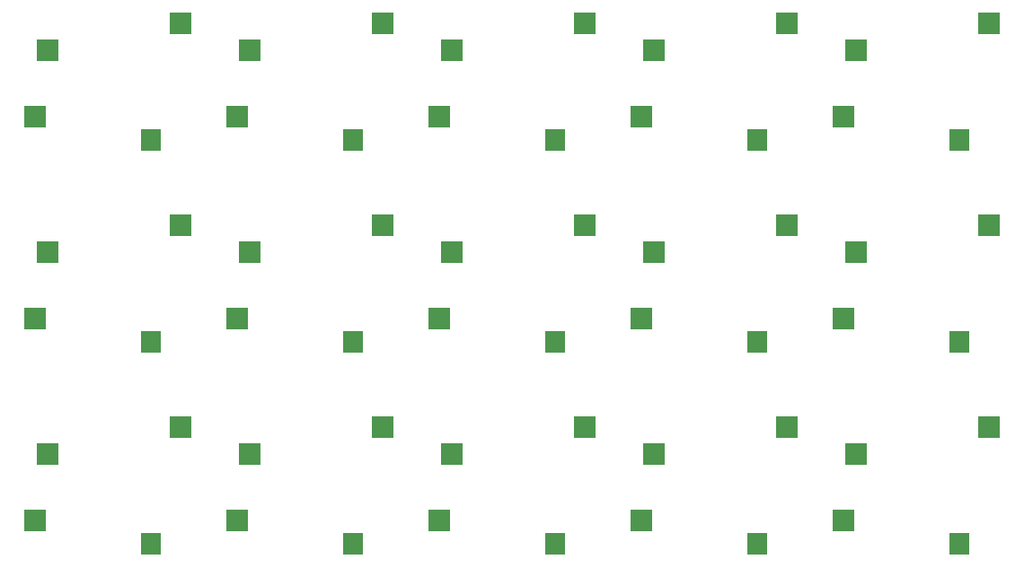
<source format=gbp>
G04 #@! TF.GenerationSoftware,KiCad,Pcbnew,(5.1.0)-1*
G04 #@! TF.CreationDate,2019-04-24T01:58:38+09:00*
G04 #@! TF.ProjectId,mithumboard,6d697468-756d-4626-9f61-72642e6b6963,rev?*
G04 #@! TF.SameCoordinates,Original*
G04 #@! TF.FileFunction,Paste,Bot*
G04 #@! TF.FilePolarity,Positive*
%FSLAX46Y46*%
G04 Gerber Fmt 4.6, Leading zero omitted, Abs format (unit mm)*
G04 Created by KiCad (PCBNEW (5.1.0)-1) date 2019-04-24 01:58:38*
%MOMM*%
%LPD*%
G04 APERTURE LIST*
%ADD10R,2.000000X2.000000*%
%ADD11R,1.900000X2.000000*%
G04 APERTURE END LIST*
D10*
X120125001Y-80125001D03*
D11*
X131025001Y-82325001D03*
D10*
X121325001Y-73885001D03*
X133825001Y-71345001D03*
X62975001Y-61075001D03*
D11*
X73875001Y-63275001D03*
D10*
X64175001Y-54835001D03*
X76675001Y-52295001D03*
X62975001Y-80125001D03*
D11*
X73875001Y-82325001D03*
D10*
X64175001Y-73885001D03*
X76675001Y-71345001D03*
X62975001Y-99175001D03*
D11*
X73875001Y-101375001D03*
D10*
X64175001Y-92935001D03*
X76675001Y-90395001D03*
X82025001Y-61075001D03*
D11*
X92925001Y-63275001D03*
D10*
X83225001Y-54835001D03*
X95725001Y-52295001D03*
X82025001Y-80125001D03*
D11*
X92925001Y-82325001D03*
D10*
X83225001Y-73885001D03*
X95725001Y-71345001D03*
X82025001Y-99175001D03*
D11*
X92925001Y-101375001D03*
D10*
X83225001Y-92935001D03*
X95725001Y-90395001D03*
X101075001Y-61075001D03*
D11*
X111975001Y-63275001D03*
D10*
X102275001Y-54835001D03*
X114775001Y-52295001D03*
X101075001Y-80125001D03*
D11*
X111975001Y-82325001D03*
D10*
X102275001Y-73885001D03*
X114775001Y-71345001D03*
X101075001Y-99175001D03*
D11*
X111975001Y-101375001D03*
D10*
X102275001Y-92935001D03*
X114775001Y-90395001D03*
X120125001Y-61075001D03*
D11*
X131025001Y-63275001D03*
D10*
X121325001Y-54835001D03*
X133825001Y-52295001D03*
X120125001Y-99175001D03*
D11*
X131025001Y-101375001D03*
D10*
X121325001Y-92935001D03*
X133825001Y-90395001D03*
X139175001Y-61075001D03*
D11*
X150075001Y-63275001D03*
D10*
X140375001Y-54835001D03*
X152875001Y-52295001D03*
X139175001Y-80125001D03*
D11*
X150075001Y-82325001D03*
D10*
X140375001Y-73885001D03*
X152875001Y-71345001D03*
X139175001Y-99175001D03*
D11*
X150075001Y-101375001D03*
D10*
X140375001Y-92935001D03*
X152875001Y-90395001D03*
M02*

</source>
